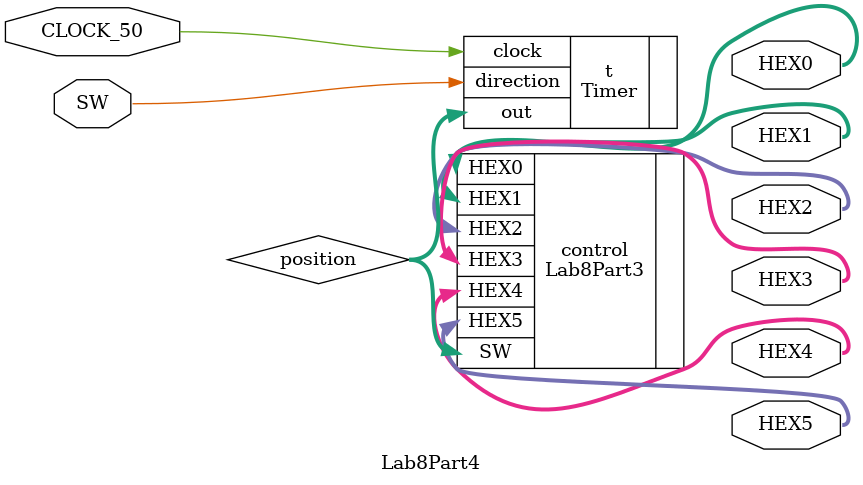
<source format=v>
/*
Author: Nathan Spence

Program Name: Lab8Part4

Creation Date: 3/20/2023

Date Last Updated: 3/20/2023

Function: This module causes HELLO to scroll across the hex outputs. The direction can be reversed by toggling SW 0.

Method: Instantiate Part3 of the lab, and use a timer to control the switch inputs to Part3.

Inputs: CLOCK_50 and the direction switch.

Outputs: The six hex displays.

Comments:
*/

module Lab8Part4(
	input CLOCK_50,
	input [0:0] SW,
	output [6:0] HEX0, HEX1, HEX2,
	output [6:0] HEX3, HEX4, HEX5
);

wire [2:0] position;

Timer t(.clock(CLOCK_50), .direction(SW[0]), .out(position));

Lab8Part3 control(.SW(position), .HEX0(HEX0), .HEX1(HEX1), .HEX2(HEX2), .HEX3(HEX3), .HEX4(HEX4), .HEX5(HEX5));


endmodule
</source>
